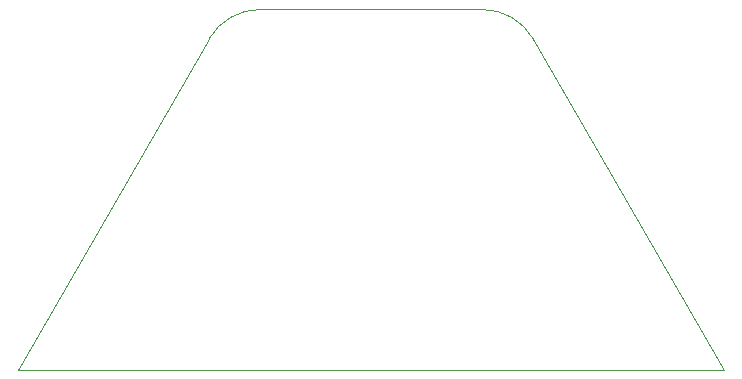
<source format=gbr>
%TF.GenerationSoftware,KiCad,Pcbnew,(5.1.6)-1*%
%TF.CreationDate,2020-11-09T21:27:46-05:00*%
%TF.ProjectId,LIghtBoard,4c496768-7442-46f6-9172-642e6b696361,rev?*%
%TF.SameCoordinates,Original*%
%TF.FileFunction,Profile,NP*%
%FSLAX46Y46*%
G04 Gerber Fmt 4.6, Leading zero omitted, Abs format (unit mm)*
G04 Created by KiCad (PCBNEW (5.1.6)-1) date 2020-11-09 21:27:46*
%MOMM*%
%LPD*%
G01*
G04 APERTURE LIST*
%TA.AperFunction,Profile*%
%ADD10C,0.050000*%
%TD*%
G04 APERTURE END LIST*
D10*
X161800000Y-110100000D02*
X102000000Y-110100000D01*
X145628534Y-82097246D02*
X161800000Y-110100000D01*
X118170472Y-82098962D02*
X102000000Y-110100000D01*
X118170472Y-82098962D02*
G75*
G02*
X122500000Y-79600000I4329528J-2501038D01*
G01*
X141300000Y-79600002D02*
G75*
G02*
X145628534Y-82097246I0J-4999998D01*
G01*
X131900000Y-79600000D02*
X141300000Y-79600000D01*
X131900000Y-79600000D02*
X122500000Y-79600000D01*
M02*

</source>
